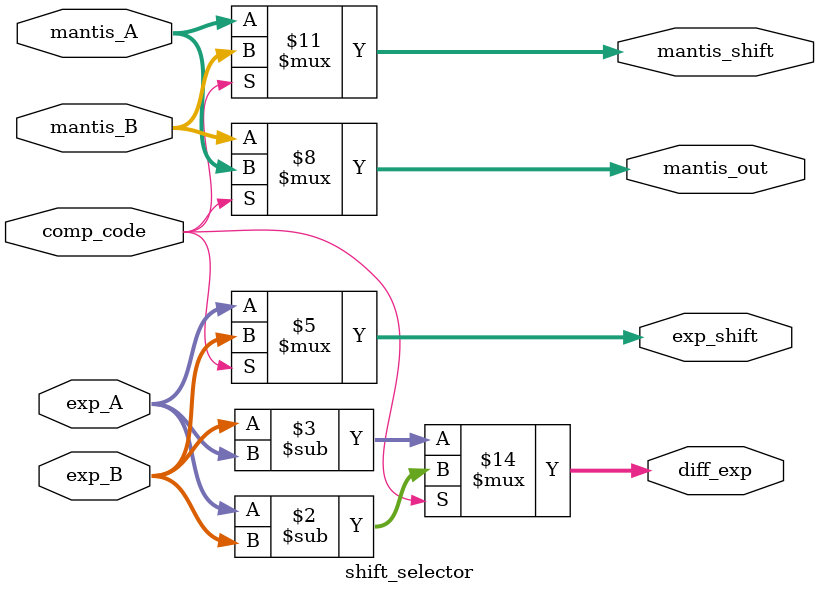
<source format=v>
module shift_selector (
    comp_code,
    exp_A, exp_B,
    mantis_A, mantis_B,
    exp_shift, diff_exp,
    mantis_shift, mantis_out
);

input comp_code;
input [7:0] exp_A, exp_B;
input [27:0] mantis_A, mantis_B;
output reg [7:0] exp_shift, diff_exp;
output reg [27:0] mantis_shift, mantis_out;

always @(*) begin
    if (comp_code) begin
        diff_exp = exp_A - exp_B;
        mantis_shift = mantis_B;
        mantis_out = mantis_A;
        exp_shift = exp_B;
    end // comp_code == 1
    else begin
        diff_exp = exp_B - exp_A;
        mantis_shift = mantis_A;
        mantis_out = mantis_B;
        exp_shift = exp_A;
    end //comb_code == 0
end

endmodule // shift_selector

</source>
